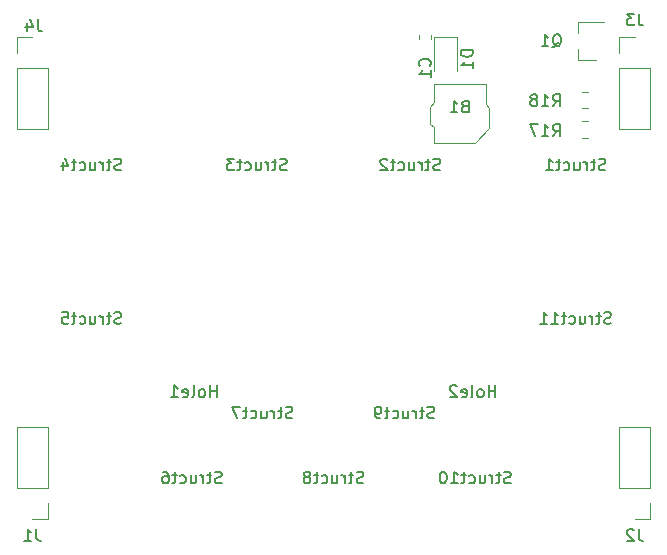
<source format=gbr>
%TF.GenerationSoftware,KiCad,Pcbnew,(5.0.2)-1*%
%TF.CreationDate,2020-07-31T10:54:53+02:00*%
%TF.ProjectId,Multimeter_Watch_DisplayBoard_V1,4d756c74-696d-4657-9465-725f57617463,rev?*%
%TF.SameCoordinates,Original*%
%TF.FileFunction,Legend,Bot*%
%TF.FilePolarity,Positive*%
%FSLAX46Y46*%
G04 Gerber Fmt 4.6, Leading zero omitted, Abs format (unit mm)*
G04 Created by KiCad (PCBNEW (5.0.2)-1) date 31.7.2020 10:54:53*
%MOMM*%
%LPD*%
G01*
G04 APERTURE LIST*
%ADD10C,0.120000*%
%ADD11C,0.150000*%
G04 APERTURE END LIST*
D10*
%TO.C,B1*%
X144400000Y-61600000D02*
X142200000Y-61600000D01*
X144400000Y-63300000D02*
X144400000Y-61600000D01*
X144700000Y-63700000D02*
X144400000Y-63300000D01*
X144700000Y-64100000D02*
X144700000Y-63700000D01*
X144700000Y-65400000D02*
X144700000Y-64100000D01*
X143500000Y-66600000D02*
X144700000Y-65400000D01*
X142200000Y-66600000D02*
X143500000Y-66600000D01*
X140000000Y-61600000D02*
X140000000Y-61700000D01*
X142200000Y-61600000D02*
X140000000Y-61600000D01*
X140000000Y-66600000D02*
X140200000Y-66600000D01*
X140000000Y-65300000D02*
X140000000Y-66600000D01*
X142200000Y-66600000D02*
X140200000Y-66600000D01*
X139700000Y-65000000D02*
X140000000Y-65300000D01*
X139700000Y-64100000D02*
X139700000Y-65000000D01*
X140000000Y-63200000D02*
X140000000Y-61700000D01*
X139700000Y-63600000D02*
X140000000Y-63200000D01*
X139700000Y-64100000D02*
X139700000Y-63600000D01*
%TO.C,D1*%
X140040000Y-60524999D02*
X140040000Y-57664999D01*
X140040000Y-57664999D02*
X141960000Y-57664999D01*
X141960000Y-57664999D02*
X141960000Y-60524999D01*
%TO.C,R18*%
X153036252Y-62290000D02*
X152513748Y-62290000D01*
X153036252Y-63710000D02*
X152513748Y-63710000D01*
%TO.C,R17*%
X153036252Y-64790000D02*
X152513748Y-64790000D01*
X153036252Y-66210000D02*
X152513748Y-66210000D01*
%TO.C,C1*%
X139760000Y-57796266D02*
X139760000Y-57453732D01*
X138740000Y-57796266D02*
X138740000Y-57453732D01*
%TO.C,J4*%
X107330000Y-60270000D02*
X104670000Y-60270000D01*
X107330000Y-60270000D02*
X107330000Y-65410000D01*
X107330000Y-65410000D02*
X104670000Y-65410000D01*
X104670000Y-60270000D02*
X104670000Y-65410000D01*
X104670000Y-57670000D02*
X104670000Y-59000000D01*
X106000000Y-57670000D02*
X104670000Y-57670000D01*
%TO.C,J3*%
X158330000Y-60270000D02*
X155670000Y-60270000D01*
X158330000Y-60270000D02*
X158330000Y-65410000D01*
X158330000Y-65410000D02*
X155670000Y-65410000D01*
X155670000Y-60270000D02*
X155670000Y-65410000D01*
X155670000Y-57670000D02*
X155670000Y-59000000D01*
X157000000Y-57670000D02*
X155670000Y-57670000D01*
%TO.C,J2*%
X155670000Y-95830000D02*
X158330000Y-95830000D01*
X155670000Y-95830000D02*
X155670000Y-90690000D01*
X155670000Y-90690000D02*
X158330000Y-90690000D01*
X158330000Y-95830000D02*
X158330000Y-90690000D01*
X158330000Y-98430000D02*
X158330000Y-97100000D01*
X157000000Y-98430000D02*
X158330000Y-98430000D01*
%TO.C,J1*%
X104670000Y-95830000D02*
X107330000Y-95830000D01*
X104670000Y-95830000D02*
X104670000Y-90690000D01*
X104670000Y-90690000D02*
X107330000Y-90690000D01*
X107330000Y-95830000D02*
X107330000Y-90690000D01*
X107330000Y-98430000D02*
X107330000Y-97100000D01*
X106000000Y-98430000D02*
X107330000Y-98430000D01*
%TO.C,Q1*%
X152240000Y-59580000D02*
X152240000Y-58650000D01*
X152240000Y-56420000D02*
X152240000Y-57350000D01*
X152240000Y-56420000D02*
X154400000Y-56420000D01*
X152240000Y-59580000D02*
X153700000Y-59580000D01*
%TO.C,Hole2*%
D11*
X145204761Y-88152380D02*
X145204761Y-87152380D01*
X145204761Y-87628571D02*
X144633333Y-87628571D01*
X144633333Y-88152380D02*
X144633333Y-87152380D01*
X144014285Y-88152380D02*
X144109523Y-88104761D01*
X144157142Y-88057142D01*
X144204761Y-87961904D01*
X144204761Y-87676190D01*
X144157142Y-87580952D01*
X144109523Y-87533333D01*
X144014285Y-87485714D01*
X143871428Y-87485714D01*
X143776190Y-87533333D01*
X143728571Y-87580952D01*
X143680952Y-87676190D01*
X143680952Y-87961904D01*
X143728571Y-88057142D01*
X143776190Y-88104761D01*
X143871428Y-88152380D01*
X144014285Y-88152380D01*
X143109523Y-88152380D02*
X143204761Y-88104761D01*
X143252380Y-88009523D01*
X143252380Y-87152380D01*
X142347619Y-88104761D02*
X142442857Y-88152380D01*
X142633333Y-88152380D01*
X142728571Y-88104761D01*
X142776190Y-88009523D01*
X142776190Y-87628571D01*
X142728571Y-87533333D01*
X142633333Y-87485714D01*
X142442857Y-87485714D01*
X142347619Y-87533333D01*
X142300000Y-87628571D01*
X142300000Y-87723809D01*
X142776190Y-87819047D01*
X141919047Y-87247619D02*
X141871428Y-87200000D01*
X141776190Y-87152380D01*
X141538095Y-87152380D01*
X141442857Y-87200000D01*
X141395238Y-87247619D01*
X141347619Y-87342857D01*
X141347619Y-87438095D01*
X141395238Y-87580952D01*
X141966666Y-88152380D01*
X141347619Y-88152380D01*
%TO.C,Hole1*%
X121604761Y-88152380D02*
X121604761Y-87152380D01*
X121604761Y-87628571D02*
X121033333Y-87628571D01*
X121033333Y-88152380D02*
X121033333Y-87152380D01*
X120414285Y-88152380D02*
X120509523Y-88104761D01*
X120557142Y-88057142D01*
X120604761Y-87961904D01*
X120604761Y-87676190D01*
X120557142Y-87580952D01*
X120509523Y-87533333D01*
X120414285Y-87485714D01*
X120271428Y-87485714D01*
X120176190Y-87533333D01*
X120128571Y-87580952D01*
X120080952Y-87676190D01*
X120080952Y-87961904D01*
X120128571Y-88057142D01*
X120176190Y-88104761D01*
X120271428Y-88152380D01*
X120414285Y-88152380D01*
X119509523Y-88152380D02*
X119604761Y-88104761D01*
X119652380Y-88009523D01*
X119652380Y-87152380D01*
X118747619Y-88104761D02*
X118842857Y-88152380D01*
X119033333Y-88152380D01*
X119128571Y-88104761D01*
X119176190Y-88009523D01*
X119176190Y-87628571D01*
X119128571Y-87533333D01*
X119033333Y-87485714D01*
X118842857Y-87485714D01*
X118747619Y-87533333D01*
X118700000Y-87628571D01*
X118700000Y-87723809D01*
X119176190Y-87819047D01*
X117747619Y-88152380D02*
X118319047Y-88152380D01*
X118033333Y-88152380D02*
X118033333Y-87152380D01*
X118128571Y-87295238D01*
X118223809Y-87390476D01*
X118319047Y-87438095D01*
%TO.C,Struct9*%
X140023809Y-89904761D02*
X139880952Y-89952380D01*
X139642857Y-89952380D01*
X139547619Y-89904761D01*
X139500000Y-89857142D01*
X139452380Y-89761904D01*
X139452380Y-89666666D01*
X139500000Y-89571428D01*
X139547619Y-89523809D01*
X139642857Y-89476190D01*
X139833333Y-89428571D01*
X139928571Y-89380952D01*
X139976190Y-89333333D01*
X140023809Y-89238095D01*
X140023809Y-89142857D01*
X139976190Y-89047619D01*
X139928571Y-89000000D01*
X139833333Y-88952380D01*
X139595238Y-88952380D01*
X139452380Y-89000000D01*
X139166666Y-89285714D02*
X138785714Y-89285714D01*
X139023809Y-88952380D02*
X139023809Y-89809523D01*
X138976190Y-89904761D01*
X138880952Y-89952380D01*
X138785714Y-89952380D01*
X138452380Y-89952380D02*
X138452380Y-89285714D01*
X138452380Y-89476190D02*
X138404761Y-89380952D01*
X138357142Y-89333333D01*
X138261904Y-89285714D01*
X138166666Y-89285714D01*
X137404761Y-89285714D02*
X137404761Y-89952380D01*
X137833333Y-89285714D02*
X137833333Y-89809523D01*
X137785714Y-89904761D01*
X137690476Y-89952380D01*
X137547619Y-89952380D01*
X137452380Y-89904761D01*
X137404761Y-89857142D01*
X136500000Y-89904761D02*
X136595238Y-89952380D01*
X136785714Y-89952380D01*
X136880952Y-89904761D01*
X136928571Y-89857142D01*
X136976190Y-89761904D01*
X136976190Y-89476190D01*
X136928571Y-89380952D01*
X136880952Y-89333333D01*
X136785714Y-89285714D01*
X136595238Y-89285714D01*
X136500000Y-89333333D01*
X136214285Y-89285714D02*
X135833333Y-89285714D01*
X136071428Y-88952380D02*
X136071428Y-89809523D01*
X136023809Y-89904761D01*
X135928571Y-89952380D01*
X135833333Y-89952380D01*
X135452380Y-89952380D02*
X135261904Y-89952380D01*
X135166666Y-89904761D01*
X135119047Y-89857142D01*
X135023809Y-89714285D01*
X134976190Y-89523809D01*
X134976190Y-89142857D01*
X135023809Y-89047619D01*
X135071428Y-89000000D01*
X135166666Y-88952380D01*
X135357142Y-88952380D01*
X135452380Y-89000000D01*
X135500000Y-89047619D01*
X135547619Y-89142857D01*
X135547619Y-89380952D01*
X135500000Y-89476190D01*
X135452380Y-89523809D01*
X135357142Y-89571428D01*
X135166666Y-89571428D01*
X135071428Y-89523809D01*
X135023809Y-89476190D01*
X134976190Y-89380952D01*
%TO.C,Struct7*%
X128023809Y-89904761D02*
X127880952Y-89952380D01*
X127642857Y-89952380D01*
X127547619Y-89904761D01*
X127500000Y-89857142D01*
X127452380Y-89761904D01*
X127452380Y-89666666D01*
X127500000Y-89571428D01*
X127547619Y-89523809D01*
X127642857Y-89476190D01*
X127833333Y-89428571D01*
X127928571Y-89380952D01*
X127976190Y-89333333D01*
X128023809Y-89238095D01*
X128023809Y-89142857D01*
X127976190Y-89047619D01*
X127928571Y-89000000D01*
X127833333Y-88952380D01*
X127595238Y-88952380D01*
X127452380Y-89000000D01*
X127166666Y-89285714D02*
X126785714Y-89285714D01*
X127023809Y-88952380D02*
X127023809Y-89809523D01*
X126976190Y-89904761D01*
X126880952Y-89952380D01*
X126785714Y-89952380D01*
X126452380Y-89952380D02*
X126452380Y-89285714D01*
X126452380Y-89476190D02*
X126404761Y-89380952D01*
X126357142Y-89333333D01*
X126261904Y-89285714D01*
X126166666Y-89285714D01*
X125404761Y-89285714D02*
X125404761Y-89952380D01*
X125833333Y-89285714D02*
X125833333Y-89809523D01*
X125785714Y-89904761D01*
X125690476Y-89952380D01*
X125547619Y-89952380D01*
X125452380Y-89904761D01*
X125404761Y-89857142D01*
X124500000Y-89904761D02*
X124595238Y-89952380D01*
X124785714Y-89952380D01*
X124880952Y-89904761D01*
X124928571Y-89857142D01*
X124976190Y-89761904D01*
X124976190Y-89476190D01*
X124928571Y-89380952D01*
X124880952Y-89333333D01*
X124785714Y-89285714D01*
X124595238Y-89285714D01*
X124500000Y-89333333D01*
X124214285Y-89285714D02*
X123833333Y-89285714D01*
X124071428Y-88952380D02*
X124071428Y-89809523D01*
X124023809Y-89904761D01*
X123928571Y-89952380D01*
X123833333Y-89952380D01*
X123595238Y-88952380D02*
X122928571Y-88952380D01*
X123357142Y-89952380D01*
%TO.C,Struct3*%
X127523809Y-68904761D02*
X127380952Y-68952380D01*
X127142857Y-68952380D01*
X127047619Y-68904761D01*
X127000000Y-68857142D01*
X126952380Y-68761904D01*
X126952380Y-68666666D01*
X127000000Y-68571428D01*
X127047619Y-68523809D01*
X127142857Y-68476190D01*
X127333333Y-68428571D01*
X127428571Y-68380952D01*
X127476190Y-68333333D01*
X127523809Y-68238095D01*
X127523809Y-68142857D01*
X127476190Y-68047619D01*
X127428571Y-68000000D01*
X127333333Y-67952380D01*
X127095238Y-67952380D01*
X126952380Y-68000000D01*
X126666666Y-68285714D02*
X126285714Y-68285714D01*
X126523809Y-67952380D02*
X126523809Y-68809523D01*
X126476190Y-68904761D01*
X126380952Y-68952380D01*
X126285714Y-68952380D01*
X125952380Y-68952380D02*
X125952380Y-68285714D01*
X125952380Y-68476190D02*
X125904761Y-68380952D01*
X125857142Y-68333333D01*
X125761904Y-68285714D01*
X125666666Y-68285714D01*
X124904761Y-68285714D02*
X124904761Y-68952380D01*
X125333333Y-68285714D02*
X125333333Y-68809523D01*
X125285714Y-68904761D01*
X125190476Y-68952380D01*
X125047619Y-68952380D01*
X124952380Y-68904761D01*
X124904761Y-68857142D01*
X124000000Y-68904761D02*
X124095238Y-68952380D01*
X124285714Y-68952380D01*
X124380952Y-68904761D01*
X124428571Y-68857142D01*
X124476190Y-68761904D01*
X124476190Y-68476190D01*
X124428571Y-68380952D01*
X124380952Y-68333333D01*
X124285714Y-68285714D01*
X124095238Y-68285714D01*
X124000000Y-68333333D01*
X123714285Y-68285714D02*
X123333333Y-68285714D01*
X123571428Y-67952380D02*
X123571428Y-68809523D01*
X123523809Y-68904761D01*
X123428571Y-68952380D01*
X123333333Y-68952380D01*
X123095238Y-67952380D02*
X122476190Y-67952380D01*
X122809523Y-68333333D01*
X122666666Y-68333333D01*
X122571428Y-68380952D01*
X122523809Y-68428571D01*
X122476190Y-68523809D01*
X122476190Y-68761904D01*
X122523809Y-68857142D01*
X122571428Y-68904761D01*
X122666666Y-68952380D01*
X122952380Y-68952380D01*
X123047619Y-68904761D01*
X123095238Y-68857142D01*
%TO.C,Struct2*%
X140523809Y-68904761D02*
X140380952Y-68952380D01*
X140142857Y-68952380D01*
X140047619Y-68904761D01*
X140000000Y-68857142D01*
X139952380Y-68761904D01*
X139952380Y-68666666D01*
X140000000Y-68571428D01*
X140047619Y-68523809D01*
X140142857Y-68476190D01*
X140333333Y-68428571D01*
X140428571Y-68380952D01*
X140476190Y-68333333D01*
X140523809Y-68238095D01*
X140523809Y-68142857D01*
X140476190Y-68047619D01*
X140428571Y-68000000D01*
X140333333Y-67952380D01*
X140095238Y-67952380D01*
X139952380Y-68000000D01*
X139666666Y-68285714D02*
X139285714Y-68285714D01*
X139523809Y-67952380D02*
X139523809Y-68809523D01*
X139476190Y-68904761D01*
X139380952Y-68952380D01*
X139285714Y-68952380D01*
X138952380Y-68952380D02*
X138952380Y-68285714D01*
X138952380Y-68476190D02*
X138904761Y-68380952D01*
X138857142Y-68333333D01*
X138761904Y-68285714D01*
X138666666Y-68285714D01*
X137904761Y-68285714D02*
X137904761Y-68952380D01*
X138333333Y-68285714D02*
X138333333Y-68809523D01*
X138285714Y-68904761D01*
X138190476Y-68952380D01*
X138047619Y-68952380D01*
X137952380Y-68904761D01*
X137904761Y-68857142D01*
X137000000Y-68904761D02*
X137095238Y-68952380D01*
X137285714Y-68952380D01*
X137380952Y-68904761D01*
X137428571Y-68857142D01*
X137476190Y-68761904D01*
X137476190Y-68476190D01*
X137428571Y-68380952D01*
X137380952Y-68333333D01*
X137285714Y-68285714D01*
X137095238Y-68285714D01*
X137000000Y-68333333D01*
X136714285Y-68285714D02*
X136333333Y-68285714D01*
X136571428Y-67952380D02*
X136571428Y-68809523D01*
X136523809Y-68904761D01*
X136428571Y-68952380D01*
X136333333Y-68952380D01*
X136047619Y-68047619D02*
X136000000Y-68000000D01*
X135904761Y-67952380D01*
X135666666Y-67952380D01*
X135571428Y-68000000D01*
X135523809Y-68047619D01*
X135476190Y-68142857D01*
X135476190Y-68238095D01*
X135523809Y-68380952D01*
X136095238Y-68952380D01*
X135476190Y-68952380D01*
%TO.C,Struct8*%
X134023809Y-95404761D02*
X133880952Y-95452380D01*
X133642857Y-95452380D01*
X133547619Y-95404761D01*
X133500000Y-95357142D01*
X133452380Y-95261904D01*
X133452380Y-95166666D01*
X133500000Y-95071428D01*
X133547619Y-95023809D01*
X133642857Y-94976190D01*
X133833333Y-94928571D01*
X133928571Y-94880952D01*
X133976190Y-94833333D01*
X134023809Y-94738095D01*
X134023809Y-94642857D01*
X133976190Y-94547619D01*
X133928571Y-94500000D01*
X133833333Y-94452380D01*
X133595238Y-94452380D01*
X133452380Y-94500000D01*
X133166666Y-94785714D02*
X132785714Y-94785714D01*
X133023809Y-94452380D02*
X133023809Y-95309523D01*
X132976190Y-95404761D01*
X132880952Y-95452380D01*
X132785714Y-95452380D01*
X132452380Y-95452380D02*
X132452380Y-94785714D01*
X132452380Y-94976190D02*
X132404761Y-94880952D01*
X132357142Y-94833333D01*
X132261904Y-94785714D01*
X132166666Y-94785714D01*
X131404761Y-94785714D02*
X131404761Y-95452380D01*
X131833333Y-94785714D02*
X131833333Y-95309523D01*
X131785714Y-95404761D01*
X131690476Y-95452380D01*
X131547619Y-95452380D01*
X131452380Y-95404761D01*
X131404761Y-95357142D01*
X130500000Y-95404761D02*
X130595238Y-95452380D01*
X130785714Y-95452380D01*
X130880952Y-95404761D01*
X130928571Y-95357142D01*
X130976190Y-95261904D01*
X130976190Y-94976190D01*
X130928571Y-94880952D01*
X130880952Y-94833333D01*
X130785714Y-94785714D01*
X130595238Y-94785714D01*
X130500000Y-94833333D01*
X130214285Y-94785714D02*
X129833333Y-94785714D01*
X130071428Y-94452380D02*
X130071428Y-95309523D01*
X130023809Y-95404761D01*
X129928571Y-95452380D01*
X129833333Y-95452380D01*
X129357142Y-94880952D02*
X129452380Y-94833333D01*
X129500000Y-94785714D01*
X129547619Y-94690476D01*
X129547619Y-94642857D01*
X129500000Y-94547619D01*
X129452380Y-94500000D01*
X129357142Y-94452380D01*
X129166666Y-94452380D01*
X129071428Y-94500000D01*
X129023809Y-94547619D01*
X128976190Y-94642857D01*
X128976190Y-94690476D01*
X129023809Y-94785714D01*
X129071428Y-94833333D01*
X129166666Y-94880952D01*
X129357142Y-94880952D01*
X129452380Y-94928571D01*
X129500000Y-94976190D01*
X129547619Y-95071428D01*
X129547619Y-95261904D01*
X129500000Y-95357142D01*
X129452380Y-95404761D01*
X129357142Y-95452380D01*
X129166666Y-95452380D01*
X129071428Y-95404761D01*
X129023809Y-95357142D01*
X128976190Y-95261904D01*
X128976190Y-95071428D01*
X129023809Y-94976190D01*
X129071428Y-94928571D01*
X129166666Y-94880952D01*
%TO.C,Struct6*%
X122023809Y-95404761D02*
X121880952Y-95452380D01*
X121642857Y-95452380D01*
X121547619Y-95404761D01*
X121500000Y-95357142D01*
X121452380Y-95261904D01*
X121452380Y-95166666D01*
X121500000Y-95071428D01*
X121547619Y-95023809D01*
X121642857Y-94976190D01*
X121833333Y-94928571D01*
X121928571Y-94880952D01*
X121976190Y-94833333D01*
X122023809Y-94738095D01*
X122023809Y-94642857D01*
X121976190Y-94547619D01*
X121928571Y-94500000D01*
X121833333Y-94452380D01*
X121595238Y-94452380D01*
X121452380Y-94500000D01*
X121166666Y-94785714D02*
X120785714Y-94785714D01*
X121023809Y-94452380D02*
X121023809Y-95309523D01*
X120976190Y-95404761D01*
X120880952Y-95452380D01*
X120785714Y-95452380D01*
X120452380Y-95452380D02*
X120452380Y-94785714D01*
X120452380Y-94976190D02*
X120404761Y-94880952D01*
X120357142Y-94833333D01*
X120261904Y-94785714D01*
X120166666Y-94785714D01*
X119404761Y-94785714D02*
X119404761Y-95452380D01*
X119833333Y-94785714D02*
X119833333Y-95309523D01*
X119785714Y-95404761D01*
X119690476Y-95452380D01*
X119547619Y-95452380D01*
X119452380Y-95404761D01*
X119404761Y-95357142D01*
X118500000Y-95404761D02*
X118595238Y-95452380D01*
X118785714Y-95452380D01*
X118880952Y-95404761D01*
X118928571Y-95357142D01*
X118976190Y-95261904D01*
X118976190Y-94976190D01*
X118928571Y-94880952D01*
X118880952Y-94833333D01*
X118785714Y-94785714D01*
X118595238Y-94785714D01*
X118500000Y-94833333D01*
X118214285Y-94785714D02*
X117833333Y-94785714D01*
X118071428Y-94452380D02*
X118071428Y-95309523D01*
X118023809Y-95404761D01*
X117928571Y-95452380D01*
X117833333Y-95452380D01*
X117071428Y-94452380D02*
X117261904Y-94452380D01*
X117357142Y-94500000D01*
X117404761Y-94547619D01*
X117500000Y-94690476D01*
X117547619Y-94880952D01*
X117547619Y-95261904D01*
X117500000Y-95357142D01*
X117452380Y-95404761D01*
X117357142Y-95452380D01*
X117166666Y-95452380D01*
X117071428Y-95404761D01*
X117023809Y-95357142D01*
X116976190Y-95261904D01*
X116976190Y-95023809D01*
X117023809Y-94928571D01*
X117071428Y-94880952D01*
X117166666Y-94833333D01*
X117357142Y-94833333D01*
X117452380Y-94880952D01*
X117500000Y-94928571D01*
X117547619Y-95023809D01*
%TO.C,Struct10*%
X146500000Y-95404761D02*
X146357142Y-95452380D01*
X146119047Y-95452380D01*
X146023809Y-95404761D01*
X145976190Y-95357142D01*
X145928571Y-95261904D01*
X145928571Y-95166666D01*
X145976190Y-95071428D01*
X146023809Y-95023809D01*
X146119047Y-94976190D01*
X146309523Y-94928571D01*
X146404761Y-94880952D01*
X146452380Y-94833333D01*
X146500000Y-94738095D01*
X146500000Y-94642857D01*
X146452380Y-94547619D01*
X146404761Y-94500000D01*
X146309523Y-94452380D01*
X146071428Y-94452380D01*
X145928571Y-94500000D01*
X145642857Y-94785714D02*
X145261904Y-94785714D01*
X145500000Y-94452380D02*
X145500000Y-95309523D01*
X145452380Y-95404761D01*
X145357142Y-95452380D01*
X145261904Y-95452380D01*
X144928571Y-95452380D02*
X144928571Y-94785714D01*
X144928571Y-94976190D02*
X144880952Y-94880952D01*
X144833333Y-94833333D01*
X144738095Y-94785714D01*
X144642857Y-94785714D01*
X143880952Y-94785714D02*
X143880952Y-95452380D01*
X144309523Y-94785714D02*
X144309523Y-95309523D01*
X144261904Y-95404761D01*
X144166666Y-95452380D01*
X144023809Y-95452380D01*
X143928571Y-95404761D01*
X143880952Y-95357142D01*
X142976190Y-95404761D02*
X143071428Y-95452380D01*
X143261904Y-95452380D01*
X143357142Y-95404761D01*
X143404761Y-95357142D01*
X143452380Y-95261904D01*
X143452380Y-94976190D01*
X143404761Y-94880952D01*
X143357142Y-94833333D01*
X143261904Y-94785714D01*
X143071428Y-94785714D01*
X142976190Y-94833333D01*
X142690476Y-94785714D02*
X142309523Y-94785714D01*
X142547619Y-94452380D02*
X142547619Y-95309523D01*
X142500000Y-95404761D01*
X142404761Y-95452380D01*
X142309523Y-95452380D01*
X141452380Y-95452380D02*
X142023809Y-95452380D01*
X141738095Y-95452380D02*
X141738095Y-94452380D01*
X141833333Y-94595238D01*
X141928571Y-94690476D01*
X142023809Y-94738095D01*
X140833333Y-94452380D02*
X140738095Y-94452380D01*
X140642857Y-94500000D01*
X140595238Y-94547619D01*
X140547619Y-94642857D01*
X140500000Y-94833333D01*
X140500000Y-95071428D01*
X140547619Y-95261904D01*
X140595238Y-95357142D01*
X140642857Y-95404761D01*
X140738095Y-95452380D01*
X140833333Y-95452380D01*
X140928571Y-95404761D01*
X140976190Y-95357142D01*
X141023809Y-95261904D01*
X141071428Y-95071428D01*
X141071428Y-94833333D01*
X141023809Y-94642857D01*
X140976190Y-94547619D01*
X140928571Y-94500000D01*
X140833333Y-94452380D01*
%TO.C,Struct11*%
X155000000Y-81904761D02*
X154857142Y-81952380D01*
X154619047Y-81952380D01*
X154523809Y-81904761D01*
X154476190Y-81857142D01*
X154428571Y-81761904D01*
X154428571Y-81666666D01*
X154476190Y-81571428D01*
X154523809Y-81523809D01*
X154619047Y-81476190D01*
X154809523Y-81428571D01*
X154904761Y-81380952D01*
X154952380Y-81333333D01*
X155000000Y-81238095D01*
X155000000Y-81142857D01*
X154952380Y-81047619D01*
X154904761Y-81000000D01*
X154809523Y-80952380D01*
X154571428Y-80952380D01*
X154428571Y-81000000D01*
X154142857Y-81285714D02*
X153761904Y-81285714D01*
X154000000Y-80952380D02*
X154000000Y-81809523D01*
X153952380Y-81904761D01*
X153857142Y-81952380D01*
X153761904Y-81952380D01*
X153428571Y-81952380D02*
X153428571Y-81285714D01*
X153428571Y-81476190D02*
X153380952Y-81380952D01*
X153333333Y-81333333D01*
X153238095Y-81285714D01*
X153142857Y-81285714D01*
X152380952Y-81285714D02*
X152380952Y-81952380D01*
X152809523Y-81285714D02*
X152809523Y-81809523D01*
X152761904Y-81904761D01*
X152666666Y-81952380D01*
X152523809Y-81952380D01*
X152428571Y-81904761D01*
X152380952Y-81857142D01*
X151476190Y-81904761D02*
X151571428Y-81952380D01*
X151761904Y-81952380D01*
X151857142Y-81904761D01*
X151904761Y-81857142D01*
X151952380Y-81761904D01*
X151952380Y-81476190D01*
X151904761Y-81380952D01*
X151857142Y-81333333D01*
X151761904Y-81285714D01*
X151571428Y-81285714D01*
X151476190Y-81333333D01*
X151190476Y-81285714D02*
X150809523Y-81285714D01*
X151047619Y-80952380D02*
X151047619Y-81809523D01*
X151000000Y-81904761D01*
X150904761Y-81952380D01*
X150809523Y-81952380D01*
X149952380Y-81952380D02*
X150523809Y-81952380D01*
X150238095Y-81952380D02*
X150238095Y-80952380D01*
X150333333Y-81095238D01*
X150428571Y-81190476D01*
X150523809Y-81238095D01*
X149000000Y-81952380D02*
X149571428Y-81952380D01*
X149285714Y-81952380D02*
X149285714Y-80952380D01*
X149380952Y-81095238D01*
X149476190Y-81190476D01*
X149571428Y-81238095D01*
%TO.C,Struct5*%
X113523809Y-81904761D02*
X113380952Y-81952380D01*
X113142857Y-81952380D01*
X113047619Y-81904761D01*
X113000000Y-81857142D01*
X112952380Y-81761904D01*
X112952380Y-81666666D01*
X113000000Y-81571428D01*
X113047619Y-81523809D01*
X113142857Y-81476190D01*
X113333333Y-81428571D01*
X113428571Y-81380952D01*
X113476190Y-81333333D01*
X113523809Y-81238095D01*
X113523809Y-81142857D01*
X113476190Y-81047619D01*
X113428571Y-81000000D01*
X113333333Y-80952380D01*
X113095238Y-80952380D01*
X112952380Y-81000000D01*
X112666666Y-81285714D02*
X112285714Y-81285714D01*
X112523809Y-80952380D02*
X112523809Y-81809523D01*
X112476190Y-81904761D01*
X112380952Y-81952380D01*
X112285714Y-81952380D01*
X111952380Y-81952380D02*
X111952380Y-81285714D01*
X111952380Y-81476190D02*
X111904761Y-81380952D01*
X111857142Y-81333333D01*
X111761904Y-81285714D01*
X111666666Y-81285714D01*
X110904761Y-81285714D02*
X110904761Y-81952380D01*
X111333333Y-81285714D02*
X111333333Y-81809523D01*
X111285714Y-81904761D01*
X111190476Y-81952380D01*
X111047619Y-81952380D01*
X110952380Y-81904761D01*
X110904761Y-81857142D01*
X110000000Y-81904761D02*
X110095238Y-81952380D01*
X110285714Y-81952380D01*
X110380952Y-81904761D01*
X110428571Y-81857142D01*
X110476190Y-81761904D01*
X110476190Y-81476190D01*
X110428571Y-81380952D01*
X110380952Y-81333333D01*
X110285714Y-81285714D01*
X110095238Y-81285714D01*
X110000000Y-81333333D01*
X109714285Y-81285714D02*
X109333333Y-81285714D01*
X109571428Y-80952380D02*
X109571428Y-81809523D01*
X109523809Y-81904761D01*
X109428571Y-81952380D01*
X109333333Y-81952380D01*
X108523809Y-80952380D02*
X109000000Y-80952380D01*
X109047619Y-81428571D01*
X109000000Y-81380952D01*
X108904761Y-81333333D01*
X108666666Y-81333333D01*
X108571428Y-81380952D01*
X108523809Y-81428571D01*
X108476190Y-81523809D01*
X108476190Y-81761904D01*
X108523809Y-81857142D01*
X108571428Y-81904761D01*
X108666666Y-81952380D01*
X108904761Y-81952380D01*
X109000000Y-81904761D01*
X109047619Y-81857142D01*
%TO.C,Struct4*%
X113523809Y-68904761D02*
X113380952Y-68952380D01*
X113142857Y-68952380D01*
X113047619Y-68904761D01*
X113000000Y-68857142D01*
X112952380Y-68761904D01*
X112952380Y-68666666D01*
X113000000Y-68571428D01*
X113047619Y-68523809D01*
X113142857Y-68476190D01*
X113333333Y-68428571D01*
X113428571Y-68380952D01*
X113476190Y-68333333D01*
X113523809Y-68238095D01*
X113523809Y-68142857D01*
X113476190Y-68047619D01*
X113428571Y-68000000D01*
X113333333Y-67952380D01*
X113095238Y-67952380D01*
X112952380Y-68000000D01*
X112666666Y-68285714D02*
X112285714Y-68285714D01*
X112523809Y-67952380D02*
X112523809Y-68809523D01*
X112476190Y-68904761D01*
X112380952Y-68952380D01*
X112285714Y-68952380D01*
X111952380Y-68952380D02*
X111952380Y-68285714D01*
X111952380Y-68476190D02*
X111904761Y-68380952D01*
X111857142Y-68333333D01*
X111761904Y-68285714D01*
X111666666Y-68285714D01*
X110904761Y-68285714D02*
X110904761Y-68952380D01*
X111333333Y-68285714D02*
X111333333Y-68809523D01*
X111285714Y-68904761D01*
X111190476Y-68952380D01*
X111047619Y-68952380D01*
X110952380Y-68904761D01*
X110904761Y-68857142D01*
X110000000Y-68904761D02*
X110095238Y-68952380D01*
X110285714Y-68952380D01*
X110380952Y-68904761D01*
X110428571Y-68857142D01*
X110476190Y-68761904D01*
X110476190Y-68476190D01*
X110428571Y-68380952D01*
X110380952Y-68333333D01*
X110285714Y-68285714D01*
X110095238Y-68285714D01*
X110000000Y-68333333D01*
X109714285Y-68285714D02*
X109333333Y-68285714D01*
X109571428Y-67952380D02*
X109571428Y-68809523D01*
X109523809Y-68904761D01*
X109428571Y-68952380D01*
X109333333Y-68952380D01*
X108571428Y-68285714D02*
X108571428Y-68952380D01*
X108809523Y-67904761D02*
X109047619Y-68619047D01*
X108428571Y-68619047D01*
%TO.C,Struct1*%
X154523809Y-68904761D02*
X154380952Y-68952380D01*
X154142857Y-68952380D01*
X154047619Y-68904761D01*
X154000000Y-68857142D01*
X153952380Y-68761904D01*
X153952380Y-68666666D01*
X154000000Y-68571428D01*
X154047619Y-68523809D01*
X154142857Y-68476190D01*
X154333333Y-68428571D01*
X154428571Y-68380952D01*
X154476190Y-68333333D01*
X154523809Y-68238095D01*
X154523809Y-68142857D01*
X154476190Y-68047619D01*
X154428571Y-68000000D01*
X154333333Y-67952380D01*
X154095238Y-67952380D01*
X153952380Y-68000000D01*
X153666666Y-68285714D02*
X153285714Y-68285714D01*
X153523809Y-67952380D02*
X153523809Y-68809523D01*
X153476190Y-68904761D01*
X153380952Y-68952380D01*
X153285714Y-68952380D01*
X152952380Y-68952380D02*
X152952380Y-68285714D01*
X152952380Y-68476190D02*
X152904761Y-68380952D01*
X152857142Y-68333333D01*
X152761904Y-68285714D01*
X152666666Y-68285714D01*
X151904761Y-68285714D02*
X151904761Y-68952380D01*
X152333333Y-68285714D02*
X152333333Y-68809523D01*
X152285714Y-68904761D01*
X152190476Y-68952380D01*
X152047619Y-68952380D01*
X151952380Y-68904761D01*
X151904761Y-68857142D01*
X151000000Y-68904761D02*
X151095238Y-68952380D01*
X151285714Y-68952380D01*
X151380952Y-68904761D01*
X151428571Y-68857142D01*
X151476190Y-68761904D01*
X151476190Y-68476190D01*
X151428571Y-68380952D01*
X151380952Y-68333333D01*
X151285714Y-68285714D01*
X151095238Y-68285714D01*
X151000000Y-68333333D01*
X150714285Y-68285714D02*
X150333333Y-68285714D01*
X150571428Y-67952380D02*
X150571428Y-68809523D01*
X150523809Y-68904761D01*
X150428571Y-68952380D01*
X150333333Y-68952380D01*
X149476190Y-68952380D02*
X150047619Y-68952380D01*
X149761904Y-68952380D02*
X149761904Y-67952380D01*
X149857142Y-68095238D01*
X149952380Y-68190476D01*
X150047619Y-68238095D01*
%TO.C,B1*%
X142604761Y-63528571D02*
X142461904Y-63576190D01*
X142414285Y-63623809D01*
X142366666Y-63719047D01*
X142366666Y-63861904D01*
X142414285Y-63957142D01*
X142461904Y-64004761D01*
X142557142Y-64052380D01*
X142938095Y-64052380D01*
X142938095Y-63052380D01*
X142604761Y-63052380D01*
X142509523Y-63100000D01*
X142461904Y-63147619D01*
X142414285Y-63242857D01*
X142414285Y-63338095D01*
X142461904Y-63433333D01*
X142509523Y-63480952D01*
X142604761Y-63528571D01*
X142938095Y-63528571D01*
X141414285Y-64052380D02*
X141985714Y-64052380D01*
X141700000Y-64052380D02*
X141700000Y-63052380D01*
X141795238Y-63195238D01*
X141890476Y-63290476D01*
X141985714Y-63338095D01*
%TO.C,D1*%
X143282380Y-58786903D02*
X142282380Y-58786903D01*
X142282380Y-59024999D01*
X142330000Y-59167856D01*
X142425238Y-59263094D01*
X142520476Y-59310713D01*
X142710952Y-59358332D01*
X142853809Y-59358332D01*
X143044285Y-59310713D01*
X143139523Y-59263094D01*
X143234761Y-59167856D01*
X143282380Y-59024999D01*
X143282380Y-58786903D01*
X143282380Y-60310713D02*
X143282380Y-59739284D01*
X143282380Y-60024999D02*
X142282380Y-60024999D01*
X142425238Y-59929760D01*
X142520476Y-59834522D01*
X142568095Y-59739284D01*
%TO.C,R18*%
X150076857Y-63516380D02*
X150410190Y-63040190D01*
X150648285Y-63516380D02*
X150648285Y-62516380D01*
X150267333Y-62516380D01*
X150172095Y-62564000D01*
X150124476Y-62611619D01*
X150076857Y-62706857D01*
X150076857Y-62849714D01*
X150124476Y-62944952D01*
X150172095Y-62992571D01*
X150267333Y-63040190D01*
X150648285Y-63040190D01*
X149124476Y-63516380D02*
X149695904Y-63516380D01*
X149410190Y-63516380D02*
X149410190Y-62516380D01*
X149505428Y-62659238D01*
X149600666Y-62754476D01*
X149695904Y-62802095D01*
X148553047Y-62944952D02*
X148648285Y-62897333D01*
X148695904Y-62849714D01*
X148743523Y-62754476D01*
X148743523Y-62706857D01*
X148695904Y-62611619D01*
X148648285Y-62564000D01*
X148553047Y-62516380D01*
X148362571Y-62516380D01*
X148267333Y-62564000D01*
X148219714Y-62611619D01*
X148172095Y-62706857D01*
X148172095Y-62754476D01*
X148219714Y-62849714D01*
X148267333Y-62897333D01*
X148362571Y-62944952D01*
X148553047Y-62944952D01*
X148648285Y-62992571D01*
X148695904Y-63040190D01*
X148743523Y-63135428D01*
X148743523Y-63325904D01*
X148695904Y-63421142D01*
X148648285Y-63468761D01*
X148553047Y-63516380D01*
X148362571Y-63516380D01*
X148267333Y-63468761D01*
X148219714Y-63421142D01*
X148172095Y-63325904D01*
X148172095Y-63135428D01*
X148219714Y-63040190D01*
X148267333Y-62992571D01*
X148362571Y-62944952D01*
%TO.C,R17*%
X150076857Y-66056380D02*
X150410190Y-65580190D01*
X150648285Y-66056380D02*
X150648285Y-65056380D01*
X150267333Y-65056380D01*
X150172095Y-65104000D01*
X150124476Y-65151619D01*
X150076857Y-65246857D01*
X150076857Y-65389714D01*
X150124476Y-65484952D01*
X150172095Y-65532571D01*
X150267333Y-65580190D01*
X150648285Y-65580190D01*
X149124476Y-66056380D02*
X149695904Y-66056380D01*
X149410190Y-66056380D02*
X149410190Y-65056380D01*
X149505428Y-65199238D01*
X149600666Y-65294476D01*
X149695904Y-65342095D01*
X148791142Y-65056380D02*
X148124476Y-65056380D01*
X148553047Y-66056380D01*
%TO.C,C1*%
X139631142Y-60103333D02*
X139678761Y-60055714D01*
X139726380Y-59912857D01*
X139726380Y-59817619D01*
X139678761Y-59674761D01*
X139583523Y-59579523D01*
X139488285Y-59531904D01*
X139297809Y-59484285D01*
X139154952Y-59484285D01*
X138964476Y-59531904D01*
X138869238Y-59579523D01*
X138774000Y-59674761D01*
X138726380Y-59817619D01*
X138726380Y-59912857D01*
X138774000Y-60055714D01*
X138821619Y-60103333D01*
X139726380Y-61055714D02*
X139726380Y-60484285D01*
X139726380Y-60770000D02*
X138726380Y-60770000D01*
X138869238Y-60674761D01*
X138964476Y-60579523D01*
X139012095Y-60484285D01*
%TO.C,J4*%
X106460333Y-56166380D02*
X106460333Y-56880666D01*
X106507952Y-57023523D01*
X106603190Y-57118761D01*
X106746047Y-57166380D01*
X106841285Y-57166380D01*
X105555571Y-56499714D02*
X105555571Y-57166380D01*
X105793666Y-56118761D02*
X106031761Y-56833047D01*
X105412714Y-56833047D01*
%TO.C,J3*%
X157333333Y-55682380D02*
X157333333Y-56396666D01*
X157380952Y-56539523D01*
X157476190Y-56634761D01*
X157619047Y-56682380D01*
X157714285Y-56682380D01*
X156952380Y-55682380D02*
X156333333Y-55682380D01*
X156666666Y-56063333D01*
X156523809Y-56063333D01*
X156428571Y-56110952D01*
X156380952Y-56158571D01*
X156333333Y-56253809D01*
X156333333Y-56491904D01*
X156380952Y-56587142D01*
X156428571Y-56634761D01*
X156523809Y-56682380D01*
X156809523Y-56682380D01*
X156904761Y-56634761D01*
X156952380Y-56587142D01*
%TO.C,J2*%
X157333333Y-99322380D02*
X157333333Y-100036666D01*
X157380952Y-100179523D01*
X157476190Y-100274761D01*
X157619047Y-100322380D01*
X157714285Y-100322380D01*
X156904761Y-99417619D02*
X156857142Y-99370000D01*
X156761904Y-99322380D01*
X156523809Y-99322380D01*
X156428571Y-99370000D01*
X156380952Y-99417619D01*
X156333333Y-99512857D01*
X156333333Y-99608095D01*
X156380952Y-99750952D01*
X156952380Y-100322380D01*
X156333333Y-100322380D01*
%TO.C,J1*%
X106333333Y-99322380D02*
X106333333Y-100036666D01*
X106380952Y-100179523D01*
X106476190Y-100274761D01*
X106619047Y-100322380D01*
X106714285Y-100322380D01*
X105333333Y-100322380D02*
X105904761Y-100322380D01*
X105619047Y-100322380D02*
X105619047Y-99322380D01*
X105714285Y-99465238D01*
X105809523Y-99560476D01*
X105904761Y-99608095D01*
%TO.C,Q1*%
X150037238Y-58531619D02*
X150132476Y-58484000D01*
X150227714Y-58388761D01*
X150370571Y-58245904D01*
X150465809Y-58198285D01*
X150561047Y-58198285D01*
X150513428Y-58436380D02*
X150608666Y-58388761D01*
X150703904Y-58293523D01*
X150751523Y-58103047D01*
X150751523Y-57769714D01*
X150703904Y-57579238D01*
X150608666Y-57484000D01*
X150513428Y-57436380D01*
X150322952Y-57436380D01*
X150227714Y-57484000D01*
X150132476Y-57579238D01*
X150084857Y-57769714D01*
X150084857Y-58103047D01*
X150132476Y-58293523D01*
X150227714Y-58388761D01*
X150322952Y-58436380D01*
X150513428Y-58436380D01*
X149132476Y-58436380D02*
X149703904Y-58436380D01*
X149418190Y-58436380D02*
X149418190Y-57436380D01*
X149513428Y-57579238D01*
X149608666Y-57674476D01*
X149703904Y-57722095D01*
%TD*%
M02*

</source>
